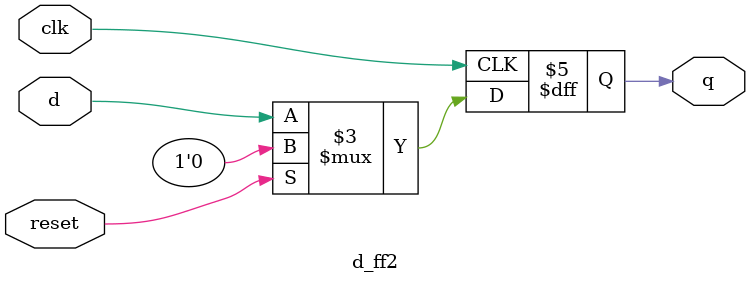
<source format=v>
module d_ff2(
input d,clk,reset,
output reg q
);
//syn
always@(posedge clk)
begin
if(reset)
q<=0;
else
q<=d;
end

endmodule 

</source>
